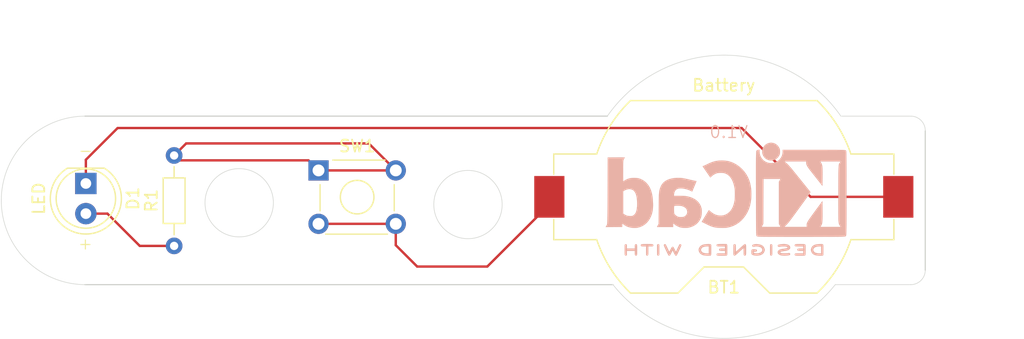
<source format=kicad_pcb>
(kicad_pcb (version 20240108) (generator "pcbnew") (generator_version "8.0")
  (title_block (title "LED Torch") (date "2024-06-30") (rev "0.1"))
  (layers (0 "F.Cu" signal) (31 "B.Cu" signal) (34 "B.Paste" user) (35 "F.Paste" user) (36 "B.SilkS" user "B.Silkscreen") (37 "F.SilkS" user "F.Silkscreen") (38 "B.Mask" user) (39 "F.Mask" user) (44 "Edge.Cuts" user))
  (net 0 "")
  (net 1 "/LED_cathode")
  (net 2 "/bat_pos")
  (net 3 "/LED_anode")
  (net 4 "Net-(SW1A-A)")
  (footprint "LED_THT:LED_D5.0mm" (layer "F.Cu") (at 99.725 103.575 -90)
    (property "Reference" "D1" (at 1.27 -3.96 90) (layer "F.SilkS"))
    (property "Value" "LED" (at 1.27 3.96 90) (layer "F.SilkS"))
    (pad "1" thru_hole rect (at 0 0 270) (size 1.8 1.8) (drill 0.9) (layers "*.Cu" "*.Mask") (net 1 "/LED_cathode"))
    (pad "2" thru_hole circle (at 2.54 0 270) (size 1.8 1.8) (drill 0.9) (layers "*.Cu" "*.Mask") (net 3 "/LED_anode"))
  )
  (footprint "Resistor_THT:R_Axial_DIN0204_L3.6mm_D1.6mm_P7.62mm_Horizontal" (layer "F.Cu") (at 107.15 108.835 90)
    (property "Reference" "R1" (at 3.81 -1.92 -90) (layer "F.SilkS"))
    (property "Value" "R")
    (pad "1" thru_hole circle (at 0 0 90) (size 1.4 1.4) (drill 0.7) (layers "*.Cu" "*.Mask") (net 3 "/LED_anode"))
    (pad "2" thru_hole oval (at 7.62 0 90) (size 1.4 1.4) (drill 0.7) (layers "*.Cu" "*.Mask") (net 4 "Net-(SW1A-A)"))
  )
  (footprint "Button_Switch_THT:SW_TH_Tactile_Omron_B3F-10xx" (layer "F.Cu") (at 119.3 102.475)
    (property "Reference" "SW1" (at 3.25 -2.05 0) (layer "F.SilkS"))
    (property "Value" "SW_DPST_x2")
    (pad "1" thru_hole rect (at 0 0) (size 1.7 1.7) (drill 1) (layers "*.Cu" "*.Mask") (net 4 "Net-(SW1A-A)"))
    (pad "1" thru_hole circle (at 6.5 0) (size 1.7 1.7) (drill 1) (layers "*.Cu" "*.Mask") (net 4 "Net-(SW1A-A)"))
    (pad "2" thru_hole circle (at 0 4.5) (size 1.7 1.7) (drill 1) (layers "*.Cu" "*.Mask") (net 2 "/bat_pos"))
    (pad "2" thru_hole circle (at 6.5 4.5) (size 1.7 1.7) (drill 1) (layers "*.Cu" "*.Mask") (net 2 "/bat_pos"))
  )
  (footprint "Battery:BatteryHolder_Keystone_1058_1x2032" (layer "F.Cu") (at 153.4 104.7)
    (property "Reference" "BT1" (at 0 7.62 0) (layer "F.SilkS"))
    (property "Value" "Battery" (at 0 -9.398 0) (layer "F.SilkS"))
    (pad "1" smd rect (at -14.68 0) (size 2.54 3.51) (layers "F.Cu" "F.Paste" "F.Mask") (net 2 "/bat_pos"))
    (pad "2" smd rect (at 14.68 0) (size 2.54 3.51) (layers "F.Cu" "F.Paste" "F.Mask") (net 1 "/LED_cathode"))
  )
  (footprint "Symbol:KiCad-Logo2_8mm_SilkScreen" (layer "B.Cu") (at 153.6 104.075 180)
    (property "Reference" "REF**" (hide yes))
    (property "Value" "KiCad-Logo2_8mm_SilkScreen" (hide yes))
  )
  (gr_line (start 170.349989 99.150521) (end 170.35 110.875) (stroke (width 0.1)) (layer "Edge.Cuts"))
  (gr_line (start 162.775 112.1) (end 169.125 112.1) (stroke (width 0.05)) (layer "Edge.Cuts"))
  (gr_line (start 99.65 97.9) (end 143.6 97.9) (stroke (width 0.1)) (layer "Edge.Cuts"))
  (gr_arc (start 170.35 110.875) (mid 169.991206 111.741206) (end 169.125 112.1) (stroke (width 0.05)) (layer "Edge.Cuts"))
  (gr_arc (start 169.15 97.9) (mid 170.009064 98.27666) (end 170.349989 99.150521) (stroke (width 0.05)) (layer "Edge.Cuts"))
  (gr_circle (center 112.625 105.2) (end 109.75 105.275) (stroke (width 0.05)) (fill none) (layer "Edge.Cuts"))
  (gr_circle (center 131.875 105.35) (end 129 105.425) (stroke (width 0.05)) (fill none) (layer "Edge.Cuts"))
  (gr_line (start 163.25 97.9) (end 169.15 97.9) (stroke (width 0.05)) (layer "Edge.Cuts"))
  (gr_arc (start 143.6 97.9) (mid 153.425 92.762089) (end 163.25 97.9) (stroke (width 0.05)) (layer "Edge.Cuts"))
  (gr_arc (start 99.65 112.100176) (mid 92.599648 105) (end 99.649999 97.899824) (stroke (width 0.05)) (layer "Edge.Cuts"))
  (gr_line (start 144.075 112.1) (end 99.65 112.100176) (stroke (width 0.1)) (layer "Edge.Cuts"))
  (gr_arc (start 162.775 112.1) (mid 153.425 116.62403) (end 144.075 112.1) (stroke (width 0.05)) (layer "Edge.Cuts"))
  (gr_text "V1.0" (at 155.5 99.825 0) (layer "B.SilkS") (effects (font (size 1 1) (thickness 0.1)) (justify left bottom mirror)))
  (gr_text "-" (at 99.025 101.375 0) (layer "F.SilkS") (effects (font (size 1 1) (thickness 0.1)) (justify left bottom)))
  (gr_text "+" (at 99 109.225 0) (layer "F.SilkS") (effects (font (size 1 1) (thickness 0.1)) (justify left bottom)))
  (segment (start 99.725 103.575) (end 99.725 101.575) (width 0.2) (layer "F.Cu") (net 1))
  (segment (start 99.725 101.575) (end 102.4 98.9) (width 0.2) (layer "F.Cu") (net 1))
  (segment (start 160.7 104.7) (end 168.08 104.7) (width 0.2) (layer "F.Cu") (net 1))
  (segment (start 102.4 98.9) (end 154.9 98.9) (width 0.2) (layer "F.Cu") (net 1))
  (segment (start 154.9 98.9) (end 160.7 104.7) (width 0.2) (layer "F.Cu") (net 1))
  (segment (start 133.5 110.575) (end 138.72 105.355) (width 0.2) (layer "F.Cu") (net 2))
  (segment (start 127.6 110.575) (end 133.5 110.575) (width 0.2) (layer "F.Cu") (net 2))
  (segment (start 125.8 106.975) (end 125.8 108.775) (width 0.2) (layer "F.Cu") (net 2))
  (segment (start 138.72 105.355) (end 138.72 104.7) (width 0.2) (layer "F.Cu") (net 2))
  (segment (start 125.8 108.775) (end 127.6 110.575) (width 0.2) (layer "F.Cu") (net 2))
  (segment (start 119.3 106.975) (end 125.8 106.975) (width 0.2) (layer "F.Cu") (net 2))
  (segment (start 99.725 106.115) (end 101.54 106.115) (width 0.2) (layer "F.Cu") (net 3))
  (segment (start 104.26 108.835) (end 107.15 108.835) (width 0.2) (layer "F.Cu") (net 3))
  (segment (start 101.54 106.115) (end 104.26 108.835) (width 0.2) (layer "F.Cu") (net 3))
  (segment (start 107.15 101.215) (end 107.56 101.625) (width 0.2) (layer "F.Cu") (net 4))
  (segment (start 107.15 101.215) (end 108.165 100.2) (width 0.2) (layer "F.Cu") (net 4))
  (segment (start 118.45 101.625) (end 119.3 102.475) (width 0.2) (layer "F.Cu") (net 4))
  (segment (start 123.525 100.2) (end 125.8 102.475) (width 0.2) (layer "F.Cu") (net 4))
  (segment (start 107.56 101.625) (end 118.45 101.625) (width 0.2) (layer "F.Cu") (net 4))
  (segment (start 119.3 102.475) (end 125.8 102.475) (width 0.2) (layer "F.Cu") (net 4))
  (segment (start 108.165 100.2) (end 123.525 100.2) (width 0.2) (layer "F.Cu") (net 4))
)
</source>
